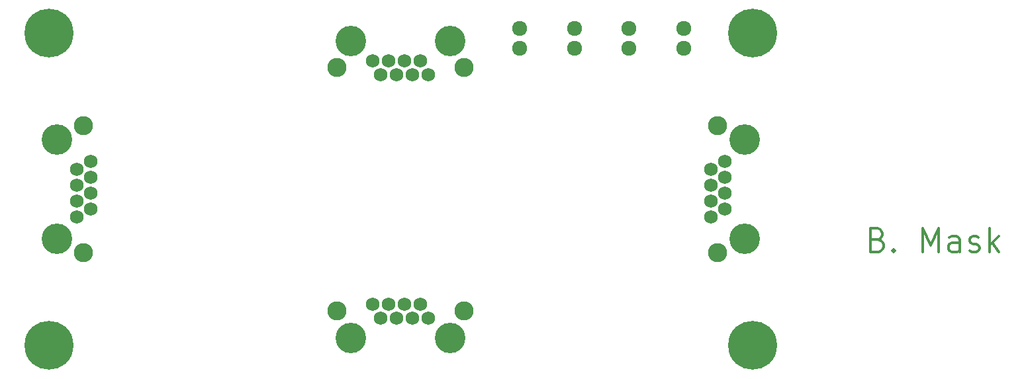
<source format=gbs>
G04 (created by PCBNEW (2013-07-07 BZR 4022)-stable) date 24/09/2013 15:52:17*
%MOIN*%
G04 Gerber Fmt 3.4, Leading zero omitted, Abs format*
%FSLAX34Y34*%
G01*
G70*
G90*
G04 APERTURE LIST*
%ADD10C,0.00590551*%
%ADD11C,0.011811*%
%ADD12C,0.0758425*%
%ADD13C,0.246063*%
%ADD14C,0.153543*%
%ADD15C,0.0689425*%
%ADD16C,0.0964567*%
G04 APERTURE END LIST*
G54D10*
G54D11*
X52778Y-20646D02*
X52947Y-20703D01*
X53003Y-20759D01*
X53059Y-20871D01*
X53059Y-21040D01*
X53003Y-21152D01*
X52947Y-21209D01*
X52834Y-21265D01*
X52384Y-21265D01*
X52384Y-20084D01*
X52778Y-20084D01*
X52890Y-20140D01*
X52947Y-20196D01*
X53003Y-20309D01*
X53003Y-20421D01*
X52947Y-20534D01*
X52890Y-20590D01*
X52778Y-20646D01*
X52384Y-20646D01*
X53565Y-21152D02*
X53622Y-21209D01*
X53565Y-21265D01*
X53509Y-21209D01*
X53565Y-21152D01*
X53565Y-21265D01*
X55028Y-21265D02*
X55028Y-20084D01*
X55421Y-20928D01*
X55815Y-20084D01*
X55815Y-21265D01*
X56884Y-21265D02*
X56884Y-20646D01*
X56827Y-20534D01*
X56715Y-20478D01*
X56490Y-20478D01*
X56377Y-20534D01*
X56884Y-21209D02*
X56771Y-21265D01*
X56490Y-21265D01*
X56377Y-21209D01*
X56321Y-21096D01*
X56321Y-20984D01*
X56377Y-20871D01*
X56490Y-20815D01*
X56771Y-20815D01*
X56884Y-20759D01*
X57390Y-21209D02*
X57502Y-21265D01*
X57727Y-21265D01*
X57840Y-21209D01*
X57896Y-21096D01*
X57896Y-21040D01*
X57840Y-20928D01*
X57727Y-20871D01*
X57559Y-20871D01*
X57446Y-20815D01*
X57390Y-20703D01*
X57390Y-20646D01*
X57446Y-20534D01*
X57559Y-20478D01*
X57727Y-20478D01*
X57840Y-20534D01*
X58402Y-21265D02*
X58402Y-20084D01*
X58515Y-20815D02*
X58852Y-21265D01*
X58852Y-20478D02*
X58402Y-20928D01*
G54D12*
X42997Y-10998D03*
X42997Y-9998D03*
X40241Y-10998D03*
X40241Y-9998D03*
X37485Y-10998D03*
X37485Y-9998D03*
X34729Y-10998D03*
X34729Y-9998D03*
G54D13*
X46456Y-10236D03*
X46456Y-25984D03*
X11023Y-25984D03*
X11023Y-10236D03*
G54D14*
X26240Y-10629D03*
X31240Y-10629D03*
G54D15*
X27334Y-11629D03*
X27736Y-12330D03*
X28137Y-11629D03*
X28539Y-12330D03*
X28940Y-11629D03*
X29342Y-12330D03*
X29744Y-11629D03*
X30145Y-12330D03*
G54D16*
X25539Y-11980D03*
X31940Y-11980D03*
G54D14*
X46062Y-15610D03*
X46062Y-20610D03*
G54D15*
X45062Y-16704D03*
X44362Y-17106D03*
X45062Y-17507D03*
X44362Y-17909D03*
X45062Y-18311D03*
X44362Y-18712D03*
X45062Y-19114D03*
X44362Y-19515D03*
G54D16*
X44712Y-14909D03*
X44712Y-21311D03*
G54D14*
X11417Y-20610D03*
X11417Y-15610D03*
G54D15*
X12417Y-19515D03*
X13118Y-19114D03*
X12417Y-18712D03*
X13118Y-18311D03*
X12417Y-17909D03*
X13118Y-17507D03*
X12417Y-17106D03*
X13118Y-16704D03*
G54D16*
X12767Y-21311D03*
X12767Y-14909D03*
G54D14*
X31240Y-25590D03*
X26240Y-25590D03*
G54D15*
X30145Y-24590D03*
X29744Y-23889D03*
X29342Y-24590D03*
X28940Y-23889D03*
X28539Y-24590D03*
X28137Y-23889D03*
X27736Y-24590D03*
X27334Y-23889D03*
G54D16*
X31940Y-24240D03*
X25539Y-24240D03*
M02*

</source>
